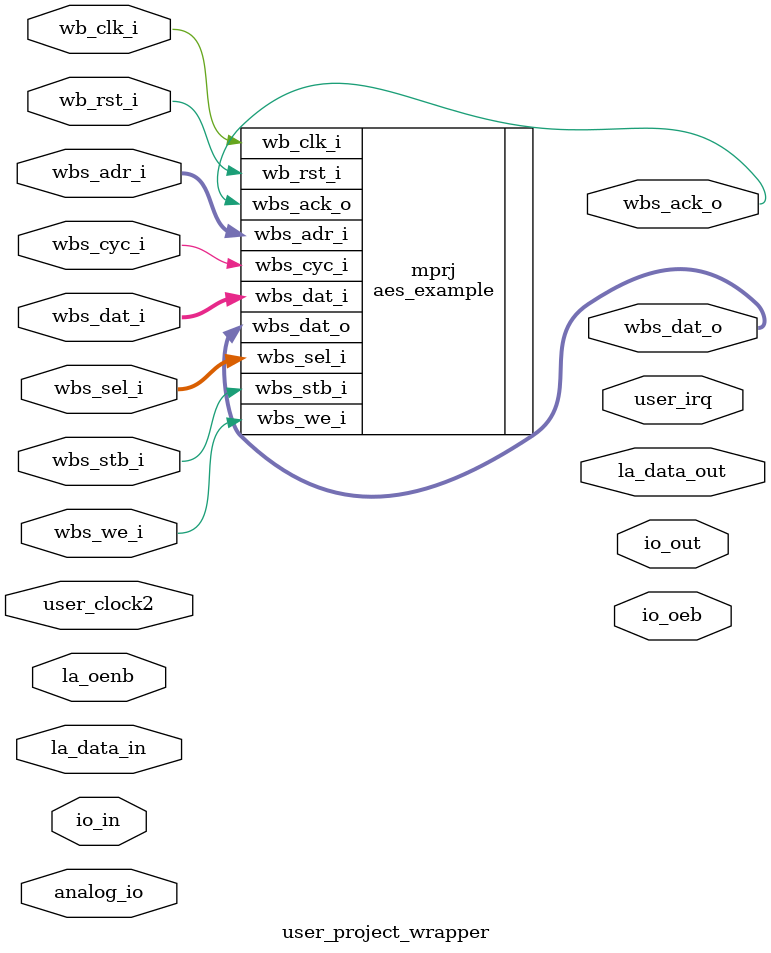
<source format=v>

module user_project_wrapper (user_clock2,
    wb_clk_i,
    wb_rst_i,
    wbs_ack_o,
    wbs_cyc_i,
    wbs_stb_i,
    wbs_we_i,
    analog_io,
    io_in,
    io_oeb,
    io_out,
    la_data_in,
    la_data_out,
    la_oenb,
    user_irq,
    wbs_adr_i,
    wbs_dat_i,
    wbs_dat_o,
    wbs_sel_i);
 input user_clock2;
 input wb_clk_i;
 input wb_rst_i;
 output wbs_ack_o;
 input wbs_cyc_i;
 input wbs_stb_i;
 input wbs_we_i;
 inout [28:0] analog_io;
 input [37:0] io_in;
 output [37:0] io_oeb;
 output [37:0] io_out;
 input [127:0] la_data_in;
 output [127:0] la_data_out;
 input [127:0] la_oenb;
 output [2:0] user_irq;
 input [31:0] wbs_adr_i;
 input [31:0] wbs_dat_i;
 output [31:0] wbs_dat_o;
 input [3:0] wbs_sel_i;


 aes_example mprj (.wb_clk_i(wb_clk_i),
    .wb_rst_i(wb_rst_i),
    .wbs_ack_o(wbs_ack_o),
    .wbs_cyc_i(wbs_cyc_i),
    .wbs_stb_i(wbs_stb_i),
    .wbs_we_i(wbs_we_i),
    .wbs_adr_i({wbs_adr_i[31],
    wbs_adr_i[30],
    wbs_adr_i[29],
    wbs_adr_i[28],
    wbs_adr_i[27],
    wbs_adr_i[26],
    wbs_adr_i[25],
    wbs_adr_i[24],
    wbs_adr_i[23],
    wbs_adr_i[22],
    wbs_adr_i[21],
    wbs_adr_i[20],
    wbs_adr_i[19],
    wbs_adr_i[18],
    wbs_adr_i[17],
    wbs_adr_i[16],
    wbs_adr_i[15],
    wbs_adr_i[14],
    wbs_adr_i[13],
    wbs_adr_i[12],
    wbs_adr_i[11],
    wbs_adr_i[10],
    wbs_adr_i[9],
    wbs_adr_i[8],
    wbs_adr_i[7],
    wbs_adr_i[6],
    wbs_adr_i[5],
    wbs_adr_i[4],
    wbs_adr_i[3],
    wbs_adr_i[2],
    wbs_adr_i[1],
    wbs_adr_i[0]}),
    .wbs_dat_i({wbs_dat_i[31],
    wbs_dat_i[30],
    wbs_dat_i[29],
    wbs_dat_i[28],
    wbs_dat_i[27],
    wbs_dat_i[26],
    wbs_dat_i[25],
    wbs_dat_i[24],
    wbs_dat_i[23],
    wbs_dat_i[22],
    wbs_dat_i[21],
    wbs_dat_i[20],
    wbs_dat_i[19],
    wbs_dat_i[18],
    wbs_dat_i[17],
    wbs_dat_i[16],
    wbs_dat_i[15],
    wbs_dat_i[14],
    wbs_dat_i[13],
    wbs_dat_i[12],
    wbs_dat_i[11],
    wbs_dat_i[10],
    wbs_dat_i[9],
    wbs_dat_i[8],
    wbs_dat_i[7],
    wbs_dat_i[6],
    wbs_dat_i[5],
    wbs_dat_i[4],
    wbs_dat_i[3],
    wbs_dat_i[2],
    wbs_dat_i[1],
    wbs_dat_i[0]}),
    .wbs_dat_o({wbs_dat_o[31],
    wbs_dat_o[30],
    wbs_dat_o[29],
    wbs_dat_o[28],
    wbs_dat_o[27],
    wbs_dat_o[26],
    wbs_dat_o[25],
    wbs_dat_o[24],
    wbs_dat_o[23],
    wbs_dat_o[22],
    wbs_dat_o[21],
    wbs_dat_o[20],
    wbs_dat_o[19],
    wbs_dat_o[18],
    wbs_dat_o[17],
    wbs_dat_o[16],
    wbs_dat_o[15],
    wbs_dat_o[14],
    wbs_dat_o[13],
    wbs_dat_o[12],
    wbs_dat_o[11],
    wbs_dat_o[10],
    wbs_dat_o[9],
    wbs_dat_o[8],
    wbs_dat_o[7],
    wbs_dat_o[6],
    wbs_dat_o[5],
    wbs_dat_o[4],
    wbs_dat_o[3],
    wbs_dat_o[2],
    wbs_dat_o[1],
    wbs_dat_o[0]}),
    .wbs_sel_i({wbs_sel_i[3],
    wbs_sel_i[2],
    wbs_sel_i[1],
    wbs_sel_i[0]}));
endmodule

</source>
